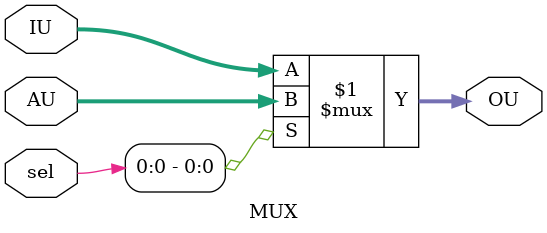
<source format=v>
module MUX(
	input [1:0] sel,
	input [7:0] IU, AU,
	output [7:0] OU
);

	assign OU = sel[0] ? AU : IU;
	
endmodule 
</source>
